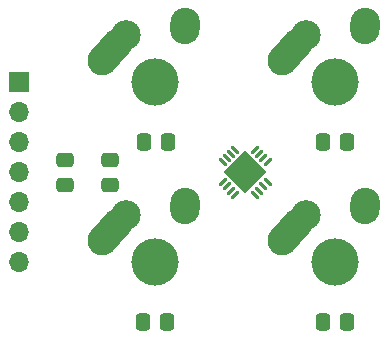
<source format=gbs>
G04 #@! TF.GenerationSoftware,KiCad,Pcbnew,(6.0.1)*
G04 #@! TF.CreationDate,2022-01-28T19:12:59+01:00*
G04 #@! TF.ProjectId,example,6578616d-706c-4652-9e6b-696361645f70,rev?*
G04 #@! TF.SameCoordinates,Original*
G04 #@! TF.FileFunction,Soldermask,Bot*
G04 #@! TF.FilePolarity,Negative*
%FSLAX46Y46*%
G04 Gerber Fmt 4.6, Leading zero omitted, Abs format (unit mm)*
G04 Created by KiCad (PCBNEW (6.0.1)) date 2022-01-28 19:12:59*
%MOMM*%
%LPD*%
G01*
G04 APERTURE LIST*
G04 Aperture macros list*
%AMRoundRect*
0 Rectangle with rounded corners*
0 $1 Rounding radius*
0 $2 $3 $4 $5 $6 $7 $8 $9 X,Y pos of 4 corners*
0 Add a 4 corners polygon primitive as box body*
4,1,4,$2,$3,$4,$5,$6,$7,$8,$9,$2,$3,0*
0 Add four circle primitives for the rounded corners*
1,1,$1+$1,$2,$3*
1,1,$1+$1,$4,$5*
1,1,$1+$1,$6,$7*
1,1,$1+$1,$8,$9*
0 Add four rect primitives between the rounded corners*
20,1,$1+$1,$2,$3,$4,$5,0*
20,1,$1+$1,$4,$5,$6,$7,0*
20,1,$1+$1,$6,$7,$8,$9,0*
20,1,$1+$1,$8,$9,$2,$3,0*%
%AMHorizOval*
0 Thick line with rounded ends*
0 $1 width*
0 $2 $3 position (X,Y) of the first rounded end (center of the circle)*
0 $4 $5 position (X,Y) of the second rounded end (center of the circle)*
0 Add line between two ends*
20,1,$1,$2,$3,$4,$5,0*
0 Add two circle primitives to create the rounded ends*
1,1,$1,$2,$3*
1,1,$1,$4,$5*%
%AMRotRect*
0 Rectangle, with rotation*
0 The origin of the aperture is its center*
0 $1 length*
0 $2 width*
0 $3 Rotation angle, in degrees counterclockwise*
0 Add horizontal line*
21,1,$1,$2,0,0,$3*%
G04 Aperture macros list end*
%ADD10C,4.000000*%
%ADD11C,2.500000*%
%ADD12HorizOval,2.500000X0.656270X0.728862X-0.656270X-0.728862X0*%
%ADD13HorizOval,2.500000X0.020277X0.289981X-0.020277X-0.289981X0*%
%ADD14R,1.700000X1.700000*%
%ADD15O,1.700000X1.700000*%
%ADD16RoundRect,0.250000X-0.337500X-0.475000X0.337500X-0.475000X0.337500X0.475000X-0.337500X0.475000X0*%
%ADD17RoundRect,0.250000X-0.475000X0.337500X-0.475000X-0.337500X0.475000X-0.337500X0.475000X0.337500X0*%
%ADD18RoundRect,0.062500X0.220971X0.309359X-0.309359X-0.220971X-0.220971X-0.309359X0.309359X0.220971X0*%
%ADD19RoundRect,0.062500X-0.220971X0.309359X-0.309359X0.220971X0.220971X-0.309359X0.309359X-0.220971X0*%
%ADD20RotRect,2.600000X2.600000X225.000000*%
G04 APERTURE END LIST*
D10*
X99060000Y-73660000D03*
D11*
X96560000Y-69660000D03*
D12*
X95250000Y-71120000D03*
D13*
X101580000Y-68870000D03*
D10*
X114300000Y-73660000D03*
D11*
X111800000Y-69660000D03*
D12*
X110490000Y-71120000D03*
D13*
X116820000Y-68870000D03*
D14*
X87566667Y-58415000D03*
D15*
X87566667Y-60955000D03*
X87566667Y-63495000D03*
X87566667Y-66035000D03*
X87566667Y-68575000D03*
X87566667Y-71115000D03*
X87566667Y-73655000D03*
D10*
X99060000Y-58420000D03*
D11*
X96560000Y-54420000D03*
D12*
X95250000Y-55880000D03*
D13*
X101580000Y-53630000D03*
D10*
X114300000Y-58420000D03*
D11*
X111800000Y-54420000D03*
D12*
X110490000Y-55880000D03*
D13*
X116820000Y-53630000D03*
D16*
X113262500Y-63500000D03*
X115337500Y-63500000D03*
X98022500Y-78740000D03*
X100097500Y-78740000D03*
D17*
X91440000Y-65002500D03*
X91440000Y-67077500D03*
X95250000Y-65002500D03*
X95250000Y-67077500D03*
D16*
X98122500Y-63500000D03*
X100197500Y-63500000D03*
X113262500Y-78740000D03*
X115337500Y-78740000D03*
D18*
X107519689Y-64139651D03*
X107873243Y-64493204D03*
X108226796Y-64846757D03*
X108580349Y-65200311D03*
D19*
X108580349Y-66879689D03*
X108226796Y-67233243D03*
X107873243Y-67586796D03*
X107519689Y-67940349D03*
D18*
X105840311Y-67940349D03*
X105486757Y-67586796D03*
X105133204Y-67233243D03*
X104779651Y-66879689D03*
D19*
X104779651Y-65200311D03*
X105133204Y-64846757D03*
X105486757Y-64493204D03*
X105840311Y-64139651D03*
D20*
X106680000Y-66040000D03*
M02*

</source>
